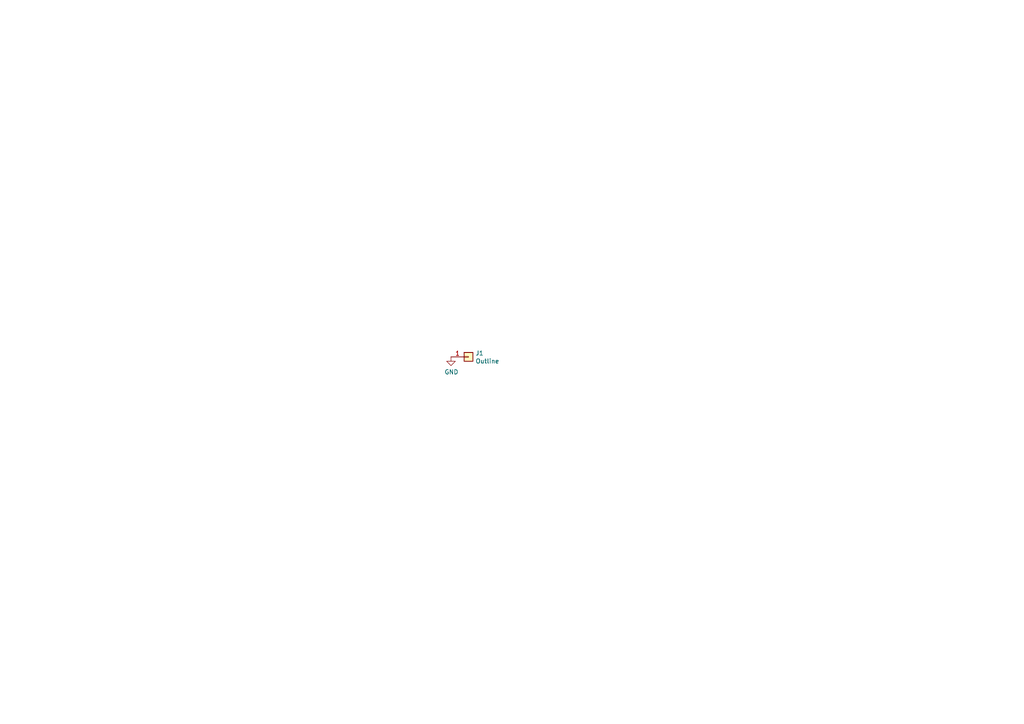
<source format=kicad_sch>
(kicad_sch (version 20230121) (generator eeschema)
  (paper "A4")
  (lib_symbols
    (symbol "Connector_Generic:Conn_01x01" (pin_names (offset 1.016) hide)
      (property "Reference" "J" (at 0 2.54 0))
      (property "Value" "Conn_01x01" (at 0 -2.54 0))
      (symbol "Conn_01x01_1_1"
        (rectangle (start -1.27 0.127) (end 0 -0.127) (stroke (width 0.1524)))
        (rectangle (start -1.27 1.27) (end 1.27 -1.27) (stroke (width 0.254)) (fill (type background)))
        (pin passive line (at -5.08 0 0) (length 3.81) (name "Pin_1") (number "1"))
      )
    )
    (symbol "power:GND" (power) (pin_names (offset 0))
      (property "Value" "GND" (at 0 -3.81 0))
      (symbol "GND_0_1"
        (polyline (pts (xy 0 0) (xy 0 -1.27) (xy 1.27 -1.27) (xy 0 -2.54) (xy -1.27 -1.27) (xy 0 -1.27)))
      )
      (symbol "GND_1_1"
        (pin power_in line (at 0 0 270) (length 0) hide (name "GND") (number "1"))
      )
    )
  )
  (symbol (lib_id "Connector_Generic:Conn_01x01") (at 135.89 103.505 0) (unit 1)
    (property "Reference" "J1" (at 137.8966 102.4382 0) (effects (justify left)))
    (property "Value" "Outline" (at 137.8966 104.7496 0) (effects (justify left)))
    (property "Footprint" "locallib:Outline" (effects hide))
  )
  (symbol (lib_id "power:GND") (at 130.81 103.505 0) (unit 1)
    (property "Reference" "#PWR?" (effects hide))
    (property "Value" "GND" (at 130.937 107.8992 0))
  )
)
</source>
